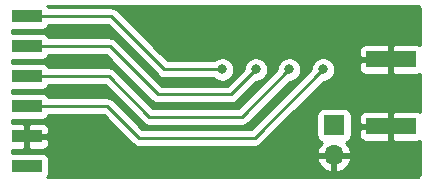
<source format=gbr>
%TF.GenerationSoftware,KiCad,Pcbnew,(5.1.10)-1*%
%TF.CreationDate,2021-08-13T02:35:10+08:00*%
%TF.ProjectId,Pmod-8bitDAC-R-2R,506d6f64-2d38-4626-9974-4441432d522d,rev?*%
%TF.SameCoordinates,Original*%
%TF.FileFunction,Copper,L2,Bot*%
%TF.FilePolarity,Positive*%
%FSLAX46Y46*%
G04 Gerber Fmt 4.6, Leading zero omitted, Abs format (unit mm)*
G04 Created by KiCad (PCBNEW (5.1.10)-1) date 2021-08-13 02:35:10*
%MOMM*%
%LPD*%
G01*
G04 APERTURE LIST*
%TA.AperFunction,SMDPad,CuDef*%
%ADD10R,4.200000X1.350000*%
%TD*%
%TA.AperFunction,SMDPad,CuDef*%
%ADD11R,2.500000X1.000000*%
%TD*%
%TA.AperFunction,ComponentPad*%
%ADD12O,1.700000X1.700000*%
%TD*%
%TA.AperFunction,ComponentPad*%
%ADD13R,1.700000X1.700000*%
%TD*%
%TA.AperFunction,ViaPad*%
%ADD14C,0.800000*%
%TD*%
%TA.AperFunction,Conductor*%
%ADD15C,0.250000*%
%TD*%
%TA.AperFunction,Conductor*%
%ADD16C,0.254000*%
%TD*%
%TA.AperFunction,Conductor*%
%ADD17C,0.100000*%
%TD*%
G04 APERTURE END LIST*
D10*
%TO.P,J2,2*%
%TO.N,GND*%
X146011900Y-118002800D03*
X146011900Y-123652800D03*
%TD*%
D11*
%TO.P,PMOD1,7*%
%TO.N,D4*%
X115182400Y-114350800D03*
%TO.P,PMOD1,8*%
%TO.N,D5*%
X115182400Y-116890800D03*
%TO.P,PMOD1,9*%
%TO.N,D6*%
X115182400Y-119430800D03*
%TO.P,PMOD1,10*%
%TO.N,D7*%
X115182400Y-121970800D03*
%TO.P,PMOD1,11*%
%TO.N,GND*%
X115182400Y-124510800D03*
%TO.P,PMOD1,12*%
%TO.N,+3V3*%
X115182400Y-127050800D03*
%TD*%
D12*
%TO.P,J1,2*%
%TO.N,GND*%
X141185900Y-126123700D03*
D13*
%TO.P,J1,1*%
%TO.N,VOUT*%
X141185900Y-123583700D03*
%TD*%
D14*
%TO.N,GND*%
X144246600Y-125463300D03*
X145446600Y-125463300D03*
X147846600Y-125463300D03*
X146646600Y-125463300D03*
X144195800Y-116014500D03*
X139179300Y-114096800D03*
X117182900Y-115595400D03*
X117182900Y-118135400D03*
X117182900Y-120675400D03*
X117182900Y-123215400D03*
X117182900Y-125755400D03*
X123672600Y-114096800D03*
X126772600Y-114096800D03*
X129872600Y-114096800D03*
X132930900Y-114096800D03*
X136004300Y-114096800D03*
X145395800Y-116014500D03*
X146595800Y-116014500D03*
X147795800Y-116014500D03*
%TO.N,D7*%
X140259302Y-118846100D03*
%TO.N,D6*%
X137389100Y-118846100D03*
%TO.N,D5*%
X134569712Y-118846100D03*
%TO.N,D4*%
X131723904Y-118846100D03*
%TD*%
D15*
%TO.N,D7*%
X134480302Y-124625100D02*
X140259302Y-118846100D01*
X124650500Y-124625100D02*
X134480302Y-124625100D01*
X121996200Y-121970800D02*
X124650500Y-124625100D01*
X115182400Y-121970800D02*
X121996200Y-121970800D01*
%TO.N,D6*%
X133388100Y-122847100D02*
X137389100Y-118846100D01*
X125539500Y-122847100D02*
X133388100Y-122847100D01*
X122123200Y-119430800D02*
X125539500Y-122847100D01*
X115182400Y-119430800D02*
X122123200Y-119430800D01*
%TO.N,D5*%
X132448312Y-120967500D02*
X134569712Y-118846100D01*
X126276100Y-120967500D02*
X132448312Y-120967500D01*
X122199400Y-116890800D02*
X126276100Y-120967500D01*
X115182400Y-116890800D02*
X122199400Y-116890800D01*
%TO.N,D4*%
X126821700Y-118846100D02*
X131723904Y-118846100D01*
X122326400Y-114350800D02*
X126821700Y-118846100D01*
X115182400Y-114350800D02*
X122326400Y-114350800D01*
%TD*%
D16*
%TO.N,GND*%
X148221687Y-113442004D02*
X148270540Y-113456754D01*
X148315599Y-113480712D01*
X148355145Y-113512966D01*
X148387674Y-113552286D01*
X148411943Y-113597170D01*
X148427035Y-113645927D01*
X148435901Y-113730274D01*
X148435901Y-116780964D01*
X148356080Y-116738298D01*
X148236382Y-116701988D01*
X148111900Y-116689728D01*
X146297650Y-116692800D01*
X146138900Y-116851550D01*
X146138900Y-117875800D01*
X146158900Y-117875800D01*
X146158900Y-118129800D01*
X146138900Y-118129800D01*
X146138900Y-119154050D01*
X146297650Y-119312800D01*
X148111900Y-119315872D01*
X148236382Y-119303612D01*
X148356080Y-119267302D01*
X148435901Y-119224636D01*
X148435900Y-122430964D01*
X148356080Y-122388298D01*
X148236382Y-122351988D01*
X148111900Y-122339728D01*
X146297650Y-122342800D01*
X146138900Y-122501550D01*
X146138900Y-123525800D01*
X146158900Y-123525800D01*
X146158900Y-123779800D01*
X146138900Y-123779800D01*
X146138900Y-124804050D01*
X146297650Y-124962800D01*
X148111900Y-124965872D01*
X148236382Y-124953612D01*
X148356080Y-124917302D01*
X148435900Y-124874637D01*
X148435900Y-127662553D01*
X148427396Y-127749286D01*
X148412646Y-127798140D01*
X148388688Y-127843199D01*
X148356434Y-127882746D01*
X148317115Y-127915273D01*
X148272229Y-127939543D01*
X148223473Y-127954635D01*
X148139135Y-127963500D01*
X116915169Y-127963500D01*
X116962937Y-127905294D01*
X117021902Y-127794980D01*
X117058212Y-127675282D01*
X117070472Y-127550800D01*
X117070472Y-126550800D01*
X117063558Y-126480590D01*
X139744424Y-126480590D01*
X139789075Y-126627799D01*
X139914259Y-126890620D01*
X140088312Y-127123969D01*
X140304545Y-127318878D01*
X140554648Y-127467857D01*
X140829009Y-127565181D01*
X141058900Y-127444514D01*
X141058900Y-126250700D01*
X141312900Y-126250700D01*
X141312900Y-127444514D01*
X141542791Y-127565181D01*
X141817152Y-127467857D01*
X142067255Y-127318878D01*
X142283488Y-127123969D01*
X142457541Y-126890620D01*
X142582725Y-126627799D01*
X142627376Y-126480590D01*
X142506055Y-126250700D01*
X141312900Y-126250700D01*
X141058900Y-126250700D01*
X139865745Y-126250700D01*
X139744424Y-126480590D01*
X117063558Y-126480590D01*
X117058212Y-126426318D01*
X117021902Y-126306620D01*
X116962937Y-126196306D01*
X116883585Y-126099615D01*
X116786894Y-126020263D01*
X116676580Y-125961298D01*
X116556882Y-125924988D01*
X116432400Y-125912728D01*
X113932400Y-125912728D01*
X113905900Y-125915338D01*
X113905900Y-125646262D01*
X113932400Y-125648872D01*
X114896650Y-125645800D01*
X115055400Y-125487050D01*
X115055400Y-124637800D01*
X115309400Y-124637800D01*
X115309400Y-125487050D01*
X115468150Y-125645800D01*
X116432400Y-125648872D01*
X116556882Y-125636612D01*
X116676580Y-125600302D01*
X116786894Y-125541337D01*
X116883585Y-125461985D01*
X116962937Y-125365294D01*
X117021902Y-125254980D01*
X117058212Y-125135282D01*
X117070472Y-125010800D01*
X117067400Y-124796550D01*
X116908650Y-124637800D01*
X115309400Y-124637800D01*
X115055400Y-124637800D01*
X115035400Y-124637800D01*
X115035400Y-124383800D01*
X115055400Y-124383800D01*
X115055400Y-123534550D01*
X115309400Y-123534550D01*
X115309400Y-124383800D01*
X116908650Y-124383800D01*
X117067400Y-124225050D01*
X117070472Y-124010800D01*
X117058212Y-123886318D01*
X117021902Y-123766620D01*
X116962937Y-123656306D01*
X116883585Y-123559615D01*
X116786894Y-123480263D01*
X116676580Y-123421298D01*
X116556882Y-123384988D01*
X116432400Y-123372728D01*
X115468150Y-123375800D01*
X115309400Y-123534550D01*
X115055400Y-123534550D01*
X114896650Y-123375800D01*
X113932400Y-123372728D01*
X113905900Y-123375338D01*
X113905900Y-123106262D01*
X113932400Y-123108872D01*
X116432400Y-123108872D01*
X116556882Y-123096612D01*
X116676580Y-123060302D01*
X116786894Y-123001337D01*
X116883585Y-122921985D01*
X116962937Y-122825294D01*
X117013446Y-122730800D01*
X121681399Y-122730800D01*
X124086701Y-125136103D01*
X124110499Y-125165101D01*
X124139497Y-125188899D01*
X124226223Y-125260074D01*
X124358253Y-125330646D01*
X124501514Y-125374103D01*
X124613167Y-125385100D01*
X124613176Y-125385100D01*
X124650499Y-125388776D01*
X124687822Y-125385100D01*
X134442980Y-125385100D01*
X134480302Y-125388776D01*
X134517624Y-125385100D01*
X134517635Y-125385100D01*
X134629288Y-125374103D01*
X134772549Y-125330646D01*
X134904578Y-125260074D01*
X135020303Y-125165101D01*
X135044106Y-125136097D01*
X137446503Y-122733700D01*
X139697828Y-122733700D01*
X139697828Y-124433700D01*
X139710088Y-124558182D01*
X139746398Y-124677880D01*
X139805363Y-124788194D01*
X139884715Y-124884885D01*
X139981406Y-124964237D01*
X140091720Y-125023202D01*
X140172366Y-125047666D01*
X140088312Y-125123431D01*
X139914259Y-125356780D01*
X139789075Y-125619601D01*
X139744424Y-125766810D01*
X139865745Y-125996700D01*
X141058900Y-125996700D01*
X141058900Y-125976700D01*
X141312900Y-125976700D01*
X141312900Y-125996700D01*
X142506055Y-125996700D01*
X142627376Y-125766810D01*
X142582725Y-125619601D01*
X142457541Y-125356780D01*
X142283488Y-125123431D01*
X142199434Y-125047666D01*
X142280080Y-125023202D01*
X142390394Y-124964237D01*
X142487085Y-124884885D01*
X142566437Y-124788194D01*
X142625402Y-124677880D01*
X142661712Y-124558182D01*
X142673972Y-124433700D01*
X142673972Y-124327800D01*
X143273828Y-124327800D01*
X143286088Y-124452282D01*
X143322398Y-124571980D01*
X143381363Y-124682294D01*
X143460715Y-124778985D01*
X143557406Y-124858337D01*
X143667720Y-124917302D01*
X143787418Y-124953612D01*
X143911900Y-124965872D01*
X145726150Y-124962800D01*
X145884900Y-124804050D01*
X145884900Y-123779800D01*
X143435650Y-123779800D01*
X143276900Y-123938550D01*
X143273828Y-124327800D01*
X142673972Y-124327800D01*
X142673972Y-122977800D01*
X143273828Y-122977800D01*
X143276900Y-123367050D01*
X143435650Y-123525800D01*
X145884900Y-123525800D01*
X145884900Y-122501550D01*
X145726150Y-122342800D01*
X143911900Y-122339728D01*
X143787418Y-122351988D01*
X143667720Y-122388298D01*
X143557406Y-122447263D01*
X143460715Y-122526615D01*
X143381363Y-122623306D01*
X143322398Y-122733620D01*
X143286088Y-122853318D01*
X143273828Y-122977800D01*
X142673972Y-122977800D01*
X142673972Y-122733700D01*
X142661712Y-122609218D01*
X142625402Y-122489520D01*
X142566437Y-122379206D01*
X142487085Y-122282515D01*
X142390394Y-122203163D01*
X142280080Y-122144198D01*
X142160382Y-122107888D01*
X142035900Y-122095628D01*
X140335900Y-122095628D01*
X140211418Y-122107888D01*
X140091720Y-122144198D01*
X139981406Y-122203163D01*
X139884715Y-122282515D01*
X139805363Y-122379206D01*
X139746398Y-122489520D01*
X139710088Y-122609218D01*
X139697828Y-122733700D01*
X137446503Y-122733700D01*
X140299104Y-119881100D01*
X140361241Y-119881100D01*
X140561200Y-119841326D01*
X140749558Y-119763305D01*
X140919076Y-119650037D01*
X141063239Y-119505874D01*
X141176507Y-119336356D01*
X141254528Y-119147998D01*
X141294302Y-118948039D01*
X141294302Y-118744161D01*
X141281103Y-118677800D01*
X143273828Y-118677800D01*
X143286088Y-118802282D01*
X143322398Y-118921980D01*
X143381363Y-119032294D01*
X143460715Y-119128985D01*
X143557406Y-119208337D01*
X143667720Y-119267302D01*
X143787418Y-119303612D01*
X143911900Y-119315872D01*
X145726150Y-119312800D01*
X145884900Y-119154050D01*
X145884900Y-118129800D01*
X143435650Y-118129800D01*
X143276900Y-118288550D01*
X143273828Y-118677800D01*
X141281103Y-118677800D01*
X141254528Y-118544202D01*
X141176507Y-118355844D01*
X141063239Y-118186326D01*
X140919076Y-118042163D01*
X140749558Y-117928895D01*
X140561200Y-117850874D01*
X140361241Y-117811100D01*
X140157363Y-117811100D01*
X139957404Y-117850874D01*
X139769046Y-117928895D01*
X139599528Y-118042163D01*
X139455365Y-118186326D01*
X139342097Y-118355844D01*
X139264076Y-118544202D01*
X139224302Y-118744161D01*
X139224302Y-118806298D01*
X134165501Y-123865100D01*
X124965302Y-123865100D01*
X122560004Y-121459803D01*
X122536201Y-121430799D01*
X122420476Y-121335826D01*
X122288447Y-121265254D01*
X122145186Y-121221797D01*
X122033533Y-121210800D01*
X122033522Y-121210800D01*
X121996200Y-121207124D01*
X121958878Y-121210800D01*
X117013446Y-121210800D01*
X116962937Y-121116306D01*
X116883585Y-121019615D01*
X116786894Y-120940263D01*
X116676580Y-120881298D01*
X116556882Y-120844988D01*
X116432400Y-120832728D01*
X113932400Y-120832728D01*
X113905900Y-120835338D01*
X113905900Y-120566262D01*
X113932400Y-120568872D01*
X116432400Y-120568872D01*
X116556882Y-120556612D01*
X116676580Y-120520302D01*
X116786894Y-120461337D01*
X116883585Y-120381985D01*
X116962937Y-120285294D01*
X117013446Y-120190800D01*
X121808399Y-120190800D01*
X124975701Y-123358103D01*
X124999499Y-123387101D01*
X125115224Y-123482074D01*
X125247253Y-123552646D01*
X125390514Y-123596103D01*
X125502167Y-123607100D01*
X125502175Y-123607100D01*
X125539500Y-123610776D01*
X125576825Y-123607100D01*
X133350778Y-123607100D01*
X133388100Y-123610776D01*
X133425422Y-123607100D01*
X133425433Y-123607100D01*
X133537086Y-123596103D01*
X133680347Y-123552646D01*
X133812376Y-123482074D01*
X133928101Y-123387101D01*
X133951904Y-123358097D01*
X137428903Y-119881100D01*
X137491039Y-119881100D01*
X137690998Y-119841326D01*
X137879356Y-119763305D01*
X138048874Y-119650037D01*
X138193037Y-119505874D01*
X138306305Y-119336356D01*
X138384326Y-119147998D01*
X138424100Y-118948039D01*
X138424100Y-118744161D01*
X138384326Y-118544202D01*
X138306305Y-118355844D01*
X138193037Y-118186326D01*
X138048874Y-118042163D01*
X137879356Y-117928895D01*
X137690998Y-117850874D01*
X137491039Y-117811100D01*
X137287161Y-117811100D01*
X137087202Y-117850874D01*
X136898844Y-117928895D01*
X136729326Y-118042163D01*
X136585163Y-118186326D01*
X136471895Y-118355844D01*
X136393874Y-118544202D01*
X136354100Y-118744161D01*
X136354100Y-118806297D01*
X133073299Y-122087100D01*
X125854302Y-122087100D01*
X122687004Y-118919803D01*
X122663201Y-118890799D01*
X122547476Y-118795826D01*
X122415447Y-118725254D01*
X122272186Y-118681797D01*
X122160533Y-118670800D01*
X122160522Y-118670800D01*
X122123200Y-118667124D01*
X122085878Y-118670800D01*
X117013446Y-118670800D01*
X116962937Y-118576306D01*
X116883585Y-118479615D01*
X116786894Y-118400263D01*
X116676580Y-118341298D01*
X116556882Y-118304988D01*
X116432400Y-118292728D01*
X113932400Y-118292728D01*
X113905900Y-118295338D01*
X113905900Y-118026262D01*
X113932400Y-118028872D01*
X116432400Y-118028872D01*
X116556882Y-118016612D01*
X116676580Y-117980302D01*
X116786894Y-117921337D01*
X116883585Y-117841985D01*
X116962937Y-117745294D01*
X117013446Y-117650800D01*
X121884599Y-117650800D01*
X125712305Y-121478508D01*
X125736099Y-121507501D01*
X125765092Y-121531295D01*
X125765096Y-121531299D01*
X125835785Y-121589311D01*
X125851824Y-121602474D01*
X125983853Y-121673046D01*
X126127114Y-121716503D01*
X126238767Y-121727500D01*
X126238776Y-121727500D01*
X126276099Y-121731176D01*
X126313422Y-121727500D01*
X132410990Y-121727500D01*
X132448312Y-121731176D01*
X132485634Y-121727500D01*
X132485645Y-121727500D01*
X132597298Y-121716503D01*
X132740559Y-121673046D01*
X132872588Y-121602474D01*
X132988313Y-121507501D01*
X133012116Y-121478497D01*
X134609514Y-119881100D01*
X134671651Y-119881100D01*
X134871610Y-119841326D01*
X135059968Y-119763305D01*
X135229486Y-119650037D01*
X135373649Y-119505874D01*
X135486917Y-119336356D01*
X135564938Y-119147998D01*
X135604712Y-118948039D01*
X135604712Y-118744161D01*
X135564938Y-118544202D01*
X135486917Y-118355844D01*
X135373649Y-118186326D01*
X135229486Y-118042163D01*
X135059968Y-117928895D01*
X134871610Y-117850874D01*
X134671651Y-117811100D01*
X134467773Y-117811100D01*
X134267814Y-117850874D01*
X134079456Y-117928895D01*
X133909938Y-118042163D01*
X133765775Y-118186326D01*
X133652507Y-118355844D01*
X133574486Y-118544202D01*
X133534712Y-118744161D01*
X133534712Y-118806298D01*
X132133511Y-120207500D01*
X126590903Y-120207500D01*
X122763204Y-116379803D01*
X122739401Y-116350799D01*
X122623676Y-116255826D01*
X122491647Y-116185254D01*
X122348386Y-116141797D01*
X122236733Y-116130800D01*
X122236722Y-116130800D01*
X122199400Y-116127124D01*
X122162078Y-116130800D01*
X117013446Y-116130800D01*
X116962937Y-116036306D01*
X116883585Y-115939615D01*
X116786894Y-115860263D01*
X116676580Y-115801298D01*
X116556882Y-115764988D01*
X116432400Y-115752728D01*
X113932400Y-115752728D01*
X113905900Y-115755338D01*
X113905900Y-115486262D01*
X113932400Y-115488872D01*
X116432400Y-115488872D01*
X116556882Y-115476612D01*
X116676580Y-115440302D01*
X116786894Y-115381337D01*
X116883585Y-115301985D01*
X116962937Y-115205294D01*
X117013446Y-115110800D01*
X122011599Y-115110800D01*
X126257901Y-119357103D01*
X126281699Y-119386101D01*
X126397424Y-119481074D01*
X126529453Y-119551646D01*
X126672714Y-119595103D01*
X126784367Y-119606100D01*
X126784376Y-119606100D01*
X126821699Y-119609776D01*
X126859022Y-119606100D01*
X131020193Y-119606100D01*
X131064130Y-119650037D01*
X131233648Y-119763305D01*
X131422006Y-119841326D01*
X131621965Y-119881100D01*
X131825843Y-119881100D01*
X132025802Y-119841326D01*
X132214160Y-119763305D01*
X132383678Y-119650037D01*
X132527841Y-119505874D01*
X132641109Y-119336356D01*
X132719130Y-119147998D01*
X132758904Y-118948039D01*
X132758904Y-118744161D01*
X132719130Y-118544202D01*
X132641109Y-118355844D01*
X132527841Y-118186326D01*
X132383678Y-118042163D01*
X132214160Y-117928895D01*
X132025802Y-117850874D01*
X131825843Y-117811100D01*
X131621965Y-117811100D01*
X131422006Y-117850874D01*
X131233648Y-117928895D01*
X131064130Y-118042163D01*
X131020193Y-118086100D01*
X127136502Y-118086100D01*
X126378202Y-117327800D01*
X143273828Y-117327800D01*
X143276900Y-117717050D01*
X143435650Y-117875800D01*
X145884900Y-117875800D01*
X145884900Y-116851550D01*
X145726150Y-116692800D01*
X143911900Y-116689728D01*
X143787418Y-116701988D01*
X143667720Y-116738298D01*
X143557406Y-116797263D01*
X143460715Y-116876615D01*
X143381363Y-116973306D01*
X143322398Y-117083620D01*
X143286088Y-117203318D01*
X143273828Y-117327800D01*
X126378202Y-117327800D01*
X122890204Y-113839803D01*
X122866401Y-113810799D01*
X122750676Y-113715826D01*
X122618647Y-113645254D01*
X122475386Y-113601797D01*
X122363733Y-113590800D01*
X122363722Y-113590800D01*
X122326400Y-113587124D01*
X122289078Y-113590800D01*
X117013446Y-113590800D01*
X116962937Y-113496306D01*
X116911394Y-113433500D01*
X148134953Y-113433500D01*
X148221687Y-113442004D01*
%TA.AperFunction,Conductor*%
D17*
G36*
X148221687Y-113442004D02*
G01*
X148270540Y-113456754D01*
X148315599Y-113480712D01*
X148355145Y-113512966D01*
X148387674Y-113552286D01*
X148411943Y-113597170D01*
X148427035Y-113645927D01*
X148435901Y-113730274D01*
X148435901Y-116780964D01*
X148356080Y-116738298D01*
X148236382Y-116701988D01*
X148111900Y-116689728D01*
X146297650Y-116692800D01*
X146138900Y-116851550D01*
X146138900Y-117875800D01*
X146158900Y-117875800D01*
X146158900Y-118129800D01*
X146138900Y-118129800D01*
X146138900Y-119154050D01*
X146297650Y-119312800D01*
X148111900Y-119315872D01*
X148236382Y-119303612D01*
X148356080Y-119267302D01*
X148435901Y-119224636D01*
X148435900Y-122430964D01*
X148356080Y-122388298D01*
X148236382Y-122351988D01*
X148111900Y-122339728D01*
X146297650Y-122342800D01*
X146138900Y-122501550D01*
X146138900Y-123525800D01*
X146158900Y-123525800D01*
X146158900Y-123779800D01*
X146138900Y-123779800D01*
X146138900Y-124804050D01*
X146297650Y-124962800D01*
X148111900Y-124965872D01*
X148236382Y-124953612D01*
X148356080Y-124917302D01*
X148435900Y-124874637D01*
X148435900Y-127662553D01*
X148427396Y-127749286D01*
X148412646Y-127798140D01*
X148388688Y-127843199D01*
X148356434Y-127882746D01*
X148317115Y-127915273D01*
X148272229Y-127939543D01*
X148223473Y-127954635D01*
X148139135Y-127963500D01*
X116915169Y-127963500D01*
X116962937Y-127905294D01*
X117021902Y-127794980D01*
X117058212Y-127675282D01*
X117070472Y-127550800D01*
X117070472Y-126550800D01*
X117063558Y-126480590D01*
X139744424Y-126480590D01*
X139789075Y-126627799D01*
X139914259Y-126890620D01*
X140088312Y-127123969D01*
X140304545Y-127318878D01*
X140554648Y-127467857D01*
X140829009Y-127565181D01*
X141058900Y-127444514D01*
X141058900Y-126250700D01*
X141312900Y-126250700D01*
X141312900Y-127444514D01*
X141542791Y-127565181D01*
X141817152Y-127467857D01*
X142067255Y-127318878D01*
X142283488Y-127123969D01*
X142457541Y-126890620D01*
X142582725Y-126627799D01*
X142627376Y-126480590D01*
X142506055Y-126250700D01*
X141312900Y-126250700D01*
X141058900Y-126250700D01*
X139865745Y-126250700D01*
X139744424Y-126480590D01*
X117063558Y-126480590D01*
X117058212Y-126426318D01*
X117021902Y-126306620D01*
X116962937Y-126196306D01*
X116883585Y-126099615D01*
X116786894Y-126020263D01*
X116676580Y-125961298D01*
X116556882Y-125924988D01*
X116432400Y-125912728D01*
X113932400Y-125912728D01*
X113905900Y-125915338D01*
X113905900Y-125646262D01*
X113932400Y-125648872D01*
X114896650Y-125645800D01*
X115055400Y-125487050D01*
X115055400Y-124637800D01*
X115309400Y-124637800D01*
X115309400Y-125487050D01*
X115468150Y-125645800D01*
X116432400Y-125648872D01*
X116556882Y-125636612D01*
X116676580Y-125600302D01*
X116786894Y-125541337D01*
X116883585Y-125461985D01*
X116962937Y-125365294D01*
X117021902Y-125254980D01*
X117058212Y-125135282D01*
X117070472Y-125010800D01*
X117067400Y-124796550D01*
X116908650Y-124637800D01*
X115309400Y-124637800D01*
X115055400Y-124637800D01*
X115035400Y-124637800D01*
X115035400Y-124383800D01*
X115055400Y-124383800D01*
X115055400Y-123534550D01*
X115309400Y-123534550D01*
X115309400Y-124383800D01*
X116908650Y-124383800D01*
X117067400Y-124225050D01*
X117070472Y-124010800D01*
X117058212Y-123886318D01*
X117021902Y-123766620D01*
X116962937Y-123656306D01*
X116883585Y-123559615D01*
X116786894Y-123480263D01*
X116676580Y-123421298D01*
X116556882Y-123384988D01*
X116432400Y-123372728D01*
X115468150Y-123375800D01*
X115309400Y-123534550D01*
X115055400Y-123534550D01*
X114896650Y-123375800D01*
X113932400Y-123372728D01*
X113905900Y-123375338D01*
X113905900Y-123106262D01*
X113932400Y-123108872D01*
X116432400Y-123108872D01*
X116556882Y-123096612D01*
X116676580Y-123060302D01*
X116786894Y-123001337D01*
X116883585Y-122921985D01*
X116962937Y-122825294D01*
X117013446Y-122730800D01*
X121681399Y-122730800D01*
X124086701Y-125136103D01*
X124110499Y-125165101D01*
X124139497Y-125188899D01*
X124226223Y-125260074D01*
X124358253Y-125330646D01*
X124501514Y-125374103D01*
X124613167Y-125385100D01*
X124613176Y-125385100D01*
X124650499Y-125388776D01*
X124687822Y-125385100D01*
X134442980Y-125385100D01*
X134480302Y-125388776D01*
X134517624Y-125385100D01*
X134517635Y-125385100D01*
X134629288Y-125374103D01*
X134772549Y-125330646D01*
X134904578Y-125260074D01*
X135020303Y-125165101D01*
X135044106Y-125136097D01*
X137446503Y-122733700D01*
X139697828Y-122733700D01*
X139697828Y-124433700D01*
X139710088Y-124558182D01*
X139746398Y-124677880D01*
X139805363Y-124788194D01*
X139884715Y-124884885D01*
X139981406Y-124964237D01*
X140091720Y-125023202D01*
X140172366Y-125047666D01*
X140088312Y-125123431D01*
X139914259Y-125356780D01*
X139789075Y-125619601D01*
X139744424Y-125766810D01*
X139865745Y-125996700D01*
X141058900Y-125996700D01*
X141058900Y-125976700D01*
X141312900Y-125976700D01*
X141312900Y-125996700D01*
X142506055Y-125996700D01*
X142627376Y-125766810D01*
X142582725Y-125619601D01*
X142457541Y-125356780D01*
X142283488Y-125123431D01*
X142199434Y-125047666D01*
X142280080Y-125023202D01*
X142390394Y-124964237D01*
X142487085Y-124884885D01*
X142566437Y-124788194D01*
X142625402Y-124677880D01*
X142661712Y-124558182D01*
X142673972Y-124433700D01*
X142673972Y-124327800D01*
X143273828Y-124327800D01*
X143286088Y-124452282D01*
X143322398Y-124571980D01*
X143381363Y-124682294D01*
X143460715Y-124778985D01*
X143557406Y-124858337D01*
X143667720Y-124917302D01*
X143787418Y-124953612D01*
X143911900Y-124965872D01*
X145726150Y-124962800D01*
X145884900Y-124804050D01*
X145884900Y-123779800D01*
X143435650Y-123779800D01*
X143276900Y-123938550D01*
X143273828Y-124327800D01*
X142673972Y-124327800D01*
X142673972Y-122977800D01*
X143273828Y-122977800D01*
X143276900Y-123367050D01*
X143435650Y-123525800D01*
X145884900Y-123525800D01*
X145884900Y-122501550D01*
X145726150Y-122342800D01*
X143911900Y-122339728D01*
X143787418Y-122351988D01*
X143667720Y-122388298D01*
X143557406Y-122447263D01*
X143460715Y-122526615D01*
X143381363Y-122623306D01*
X143322398Y-122733620D01*
X143286088Y-122853318D01*
X143273828Y-122977800D01*
X142673972Y-122977800D01*
X142673972Y-122733700D01*
X142661712Y-122609218D01*
X142625402Y-122489520D01*
X142566437Y-122379206D01*
X142487085Y-122282515D01*
X142390394Y-122203163D01*
X142280080Y-122144198D01*
X142160382Y-122107888D01*
X142035900Y-122095628D01*
X140335900Y-122095628D01*
X140211418Y-122107888D01*
X140091720Y-122144198D01*
X139981406Y-122203163D01*
X139884715Y-122282515D01*
X139805363Y-122379206D01*
X139746398Y-122489520D01*
X139710088Y-122609218D01*
X139697828Y-122733700D01*
X137446503Y-122733700D01*
X140299104Y-119881100D01*
X140361241Y-119881100D01*
X140561200Y-119841326D01*
X140749558Y-119763305D01*
X140919076Y-119650037D01*
X141063239Y-119505874D01*
X141176507Y-119336356D01*
X141254528Y-119147998D01*
X141294302Y-118948039D01*
X141294302Y-118744161D01*
X141281103Y-118677800D01*
X143273828Y-118677800D01*
X143286088Y-118802282D01*
X143322398Y-118921980D01*
X143381363Y-119032294D01*
X143460715Y-119128985D01*
X143557406Y-119208337D01*
X143667720Y-119267302D01*
X143787418Y-119303612D01*
X143911900Y-119315872D01*
X145726150Y-119312800D01*
X145884900Y-119154050D01*
X145884900Y-118129800D01*
X143435650Y-118129800D01*
X143276900Y-118288550D01*
X143273828Y-118677800D01*
X141281103Y-118677800D01*
X141254528Y-118544202D01*
X141176507Y-118355844D01*
X141063239Y-118186326D01*
X140919076Y-118042163D01*
X140749558Y-117928895D01*
X140561200Y-117850874D01*
X140361241Y-117811100D01*
X140157363Y-117811100D01*
X139957404Y-117850874D01*
X139769046Y-117928895D01*
X139599528Y-118042163D01*
X139455365Y-118186326D01*
X139342097Y-118355844D01*
X139264076Y-118544202D01*
X139224302Y-118744161D01*
X139224302Y-118806298D01*
X134165501Y-123865100D01*
X124965302Y-123865100D01*
X122560004Y-121459803D01*
X122536201Y-121430799D01*
X122420476Y-121335826D01*
X122288447Y-121265254D01*
X122145186Y-121221797D01*
X122033533Y-121210800D01*
X122033522Y-121210800D01*
X121996200Y-121207124D01*
X121958878Y-121210800D01*
X117013446Y-121210800D01*
X116962937Y-121116306D01*
X116883585Y-121019615D01*
X116786894Y-120940263D01*
X116676580Y-120881298D01*
X116556882Y-120844988D01*
X116432400Y-120832728D01*
X113932400Y-120832728D01*
X113905900Y-120835338D01*
X113905900Y-120566262D01*
X113932400Y-120568872D01*
X116432400Y-120568872D01*
X116556882Y-120556612D01*
X116676580Y-120520302D01*
X116786894Y-120461337D01*
X116883585Y-120381985D01*
X116962937Y-120285294D01*
X117013446Y-120190800D01*
X121808399Y-120190800D01*
X124975701Y-123358103D01*
X124999499Y-123387101D01*
X125115224Y-123482074D01*
X125247253Y-123552646D01*
X125390514Y-123596103D01*
X125502167Y-123607100D01*
X125502175Y-123607100D01*
X125539500Y-123610776D01*
X125576825Y-123607100D01*
X133350778Y-123607100D01*
X133388100Y-123610776D01*
X133425422Y-123607100D01*
X133425433Y-123607100D01*
X133537086Y-123596103D01*
X133680347Y-123552646D01*
X133812376Y-123482074D01*
X133928101Y-123387101D01*
X133951904Y-123358097D01*
X137428903Y-119881100D01*
X137491039Y-119881100D01*
X137690998Y-119841326D01*
X137879356Y-119763305D01*
X138048874Y-119650037D01*
X138193037Y-119505874D01*
X138306305Y-119336356D01*
X138384326Y-119147998D01*
X138424100Y-118948039D01*
X138424100Y-118744161D01*
X138384326Y-118544202D01*
X138306305Y-118355844D01*
X138193037Y-118186326D01*
X138048874Y-118042163D01*
X137879356Y-117928895D01*
X137690998Y-117850874D01*
X137491039Y-117811100D01*
X137287161Y-117811100D01*
X137087202Y-117850874D01*
X136898844Y-117928895D01*
X136729326Y-118042163D01*
X136585163Y-118186326D01*
X136471895Y-118355844D01*
X136393874Y-118544202D01*
X136354100Y-118744161D01*
X136354100Y-118806297D01*
X133073299Y-122087100D01*
X125854302Y-122087100D01*
X122687004Y-118919803D01*
X122663201Y-118890799D01*
X122547476Y-118795826D01*
X122415447Y-118725254D01*
X122272186Y-118681797D01*
X122160533Y-118670800D01*
X122160522Y-118670800D01*
X122123200Y-118667124D01*
X122085878Y-118670800D01*
X117013446Y-118670800D01*
X116962937Y-118576306D01*
X116883585Y-118479615D01*
X116786894Y-118400263D01*
X116676580Y-118341298D01*
X116556882Y-118304988D01*
X116432400Y-118292728D01*
X113932400Y-118292728D01*
X113905900Y-118295338D01*
X113905900Y-118026262D01*
X113932400Y-118028872D01*
X116432400Y-118028872D01*
X116556882Y-118016612D01*
X116676580Y-117980302D01*
X116786894Y-117921337D01*
X116883585Y-117841985D01*
X116962937Y-117745294D01*
X117013446Y-117650800D01*
X121884599Y-117650800D01*
X125712305Y-121478508D01*
X125736099Y-121507501D01*
X125765092Y-121531295D01*
X125765096Y-121531299D01*
X125835785Y-121589311D01*
X125851824Y-121602474D01*
X125983853Y-121673046D01*
X126127114Y-121716503D01*
X126238767Y-121727500D01*
X126238776Y-121727500D01*
X126276099Y-121731176D01*
X126313422Y-121727500D01*
X132410990Y-121727500D01*
X132448312Y-121731176D01*
X132485634Y-121727500D01*
X132485645Y-121727500D01*
X132597298Y-121716503D01*
X132740559Y-121673046D01*
X132872588Y-121602474D01*
X132988313Y-121507501D01*
X133012116Y-121478497D01*
X134609514Y-119881100D01*
X134671651Y-119881100D01*
X134871610Y-119841326D01*
X135059968Y-119763305D01*
X135229486Y-119650037D01*
X135373649Y-119505874D01*
X135486917Y-119336356D01*
X135564938Y-119147998D01*
X135604712Y-118948039D01*
X135604712Y-118744161D01*
X135564938Y-118544202D01*
X135486917Y-118355844D01*
X135373649Y-118186326D01*
X135229486Y-118042163D01*
X135059968Y-117928895D01*
X134871610Y-117850874D01*
X134671651Y-117811100D01*
X134467773Y-117811100D01*
X134267814Y-117850874D01*
X134079456Y-117928895D01*
X133909938Y-118042163D01*
X133765775Y-118186326D01*
X133652507Y-118355844D01*
X133574486Y-118544202D01*
X133534712Y-118744161D01*
X133534712Y-118806298D01*
X132133511Y-120207500D01*
X126590903Y-120207500D01*
X122763204Y-116379803D01*
X122739401Y-116350799D01*
X122623676Y-116255826D01*
X122491647Y-116185254D01*
X122348386Y-116141797D01*
X122236733Y-116130800D01*
X122236722Y-116130800D01*
X122199400Y-116127124D01*
X122162078Y-116130800D01*
X117013446Y-116130800D01*
X116962937Y-116036306D01*
X116883585Y-115939615D01*
X116786894Y-115860263D01*
X116676580Y-115801298D01*
X116556882Y-115764988D01*
X116432400Y-115752728D01*
X113932400Y-115752728D01*
X113905900Y-115755338D01*
X113905900Y-115486262D01*
X113932400Y-115488872D01*
X116432400Y-115488872D01*
X116556882Y-115476612D01*
X116676580Y-115440302D01*
X116786894Y-115381337D01*
X116883585Y-115301985D01*
X116962937Y-115205294D01*
X117013446Y-115110800D01*
X122011599Y-115110800D01*
X126257901Y-119357103D01*
X126281699Y-119386101D01*
X126397424Y-119481074D01*
X126529453Y-119551646D01*
X126672714Y-119595103D01*
X126784367Y-119606100D01*
X126784376Y-119606100D01*
X126821699Y-119609776D01*
X126859022Y-119606100D01*
X131020193Y-119606100D01*
X131064130Y-119650037D01*
X131233648Y-119763305D01*
X131422006Y-119841326D01*
X131621965Y-119881100D01*
X131825843Y-119881100D01*
X132025802Y-119841326D01*
X132214160Y-119763305D01*
X132383678Y-119650037D01*
X132527841Y-119505874D01*
X132641109Y-119336356D01*
X132719130Y-119147998D01*
X132758904Y-118948039D01*
X132758904Y-118744161D01*
X132719130Y-118544202D01*
X132641109Y-118355844D01*
X132527841Y-118186326D01*
X132383678Y-118042163D01*
X132214160Y-117928895D01*
X132025802Y-117850874D01*
X131825843Y-117811100D01*
X131621965Y-117811100D01*
X131422006Y-117850874D01*
X131233648Y-117928895D01*
X131064130Y-118042163D01*
X131020193Y-118086100D01*
X127136502Y-118086100D01*
X126378202Y-117327800D01*
X143273828Y-117327800D01*
X143276900Y-117717050D01*
X143435650Y-117875800D01*
X145884900Y-117875800D01*
X145884900Y-116851550D01*
X145726150Y-116692800D01*
X143911900Y-116689728D01*
X143787418Y-116701988D01*
X143667720Y-116738298D01*
X143557406Y-116797263D01*
X143460715Y-116876615D01*
X143381363Y-116973306D01*
X143322398Y-117083620D01*
X143286088Y-117203318D01*
X143273828Y-117327800D01*
X126378202Y-117327800D01*
X122890204Y-113839803D01*
X122866401Y-113810799D01*
X122750676Y-113715826D01*
X122618647Y-113645254D01*
X122475386Y-113601797D01*
X122363733Y-113590800D01*
X122363722Y-113590800D01*
X122326400Y-113587124D01*
X122289078Y-113590800D01*
X117013446Y-113590800D01*
X116962937Y-113496306D01*
X116911394Y-113433500D01*
X148134953Y-113433500D01*
X148221687Y-113442004D01*
G37*
%TD.AperFunction*%
%TD*%
M02*

</source>
